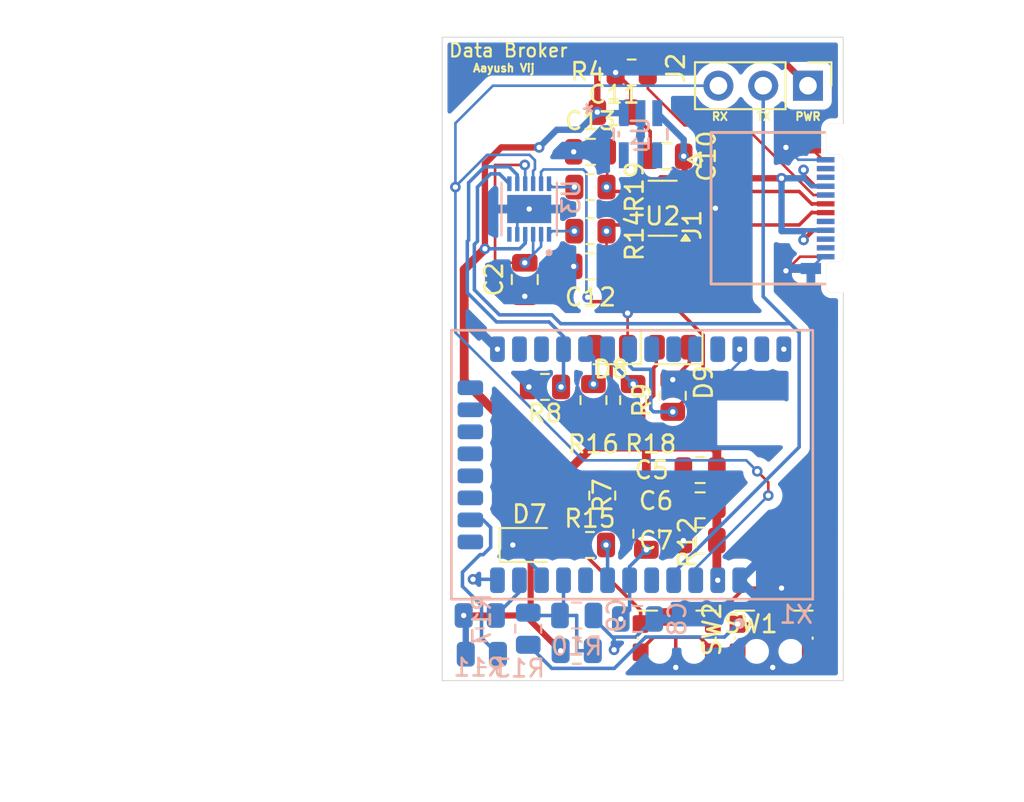
<source format=kicad_pcb>
(kicad_pcb (version 20240108) (generator "pcbnew") (generator_version "8.0")
  (layers (0 "F.Cu" signal) (1 "In1.Cu" signal) (2 "In2.Cu" signal) (31 "B.Cu" signal) (34 "B.Paste" user) (35 "F.Paste" user) (36 "B.SilkS" user "B.Silkscreen") (37 "F.SilkS" user "F.Silkscreen") (38 "B.Mask" user) (39 "F.Mask" user) (44 "Edge.Cuts" user))
  (net 0 "")
  (net 1 "GND")
  (net 2 "Net-(J1-CC)")
  (net 3 "/RF_TXD")
  (net 4 "/RF_RXD")
  (net 5 "/RF_BOOTMODE")
  (net 6 "/UART_RTS")
  (net 7 "/UART_CTS")
  (net 8 "Net-(X1-SPI_N_SSEL{slash}DIO17)")
  (net 19 "/RF_SLEEP")
  (net 25 "/RF_RESET")
  (net 26 "/RF_PWM")
  (net 27 "/RF_ASSOCIATE")
  (net 29 "+5V")
  (net 30 "+3.3V")
  (net 31 "/RF_D7")
  (net 32 "/RF_D8")
  (net 33 "/RF_D9")
  (net 34 "/USB_OUT_D+")
  (net 35 "/USB_OUT_D-")
  (net 36 "/RF_SW_RESET")
  (net 37 "/RF_SW_SLEEP")
  (net 38 "/RF_DSLEEP")
  (net 50 "/USBDM")
  (net 51 "/USBDP")
  (net 52 "/USBMLXDN")
  (net 53 "/USBMLXDP")
  (net 54 "/FTDI_RESET")
  (footprint "Connector_PinHeader_2.54mm:PinHeader_1x03_P2.54mm_Vertical" (layer "F.Cu") (at 153.75 54.5 -90)
    (property "Reference" "J2")
    (property "Value" "Conn_01x03")
  )
  (footprint "LED_SMD:LED_0805_2012Metric" (layer "F.Cu") (at 137.9441 80.5532)
    (property "Reference" "D7")
    (property "Value" "LED")
  )
  (footprint "Resistor_SMD:R_0805_2012Metric" (layer "F.Cu") (at 142.08125 77.75 90)
    (property "Reference" "R7")
    (property "Value" "1k")
  )
  (footprint "Button_Switch_SMD:SW_SPST_CK_KMS2xxGP" (layer "F.Cu") (at 151.80625 85.8375)
    (property "Reference" "SW2")
    (property "Value" "RF_SLEEP")
  )
  (footprint "Resistor_SMD:R_0805_2012Metric" (layer "F.Cu") (at 141.3816 80.5532 180)
    (property "Reference" "R15")
    (property "Value" "1K")
  )
  (footprint "Resistor_SMD:R_0805_2012Metric" (layer "F.Cu") (at 144.58125 79.9125 -90)
    (property "Reference" "R12")
    (property "Value" "10k")
  )
  (footprint "Capacitor_SMD:C_0805_2012Metric" (layer "F.Cu") (at 145.75 58.5 180)
    (property "Reference" "C10")
    (property "Value" "1uF")
  )
  (footprint "Resistor_SMD:R_0805_2012Metric" (layer "F.Cu") (at 143.83125 72.3375 -90)
    (property "Reference" "R18")
    (property "Value" "1K")
  )
  (footprint "Capacitor_SMD:C_0805_2012Metric" (layer "F.Cu") (at 141.41 58.25 180)
    (property "Reference" "C13")
    (property "Value" "47pF")
  )
  (footprint "Capacitor_SMD:C_0805_2012Metric" (layer "F.Cu") (at 142.75 56)
    (property "Reference" "C11")
    (property "Value" "1uF")
  )
  (footprint "LED_SMD:LED_0805_2012Metric" (layer "F.Cu") (at 142.58125 69.3375 180)
    (property "Reference" "D8")
    (property "Value" "LED")
  )
  (footprint "Capacitor_SMD:C_0805_2012Metric" (layer "F.Cu") (at 147.6316 76.3032 180)
    (property "Reference" "C5")
    (property "Value" "47pF")
  )
  (footprint "Resistor_SMD:R_0805_2012Metric" (layer "F.Cu") (at 141.41 62.75)
    (property "Reference" "R14")
    (property "Value" "27")
  )
  (footprint "Resistor_SMD:R_0805_2012Metric" (layer "F.Cu") (at 141.58125 72.3375 -90)
    (property "Reference" "R16")
    (property "Value" "1K")
  )
  (footprint "Resistor_SMD:R_0805_2012Metric" (layer "F.Cu") (at 143.75 53.75 180)
    (property "Reference" "R4")
    (property "Value" "5.1K")
  )
  (footprint "LED_SMD:LED_0805_2012Metric" (layer "F.Cu") (at 146.08125 69.3375 180)
    (property "Reference" "D9")
    (property "Value" "LED")
  )
  (footprint "Capacitor_SMD:C_0805_2012Metric" (layer "F.Cu") (at 141.41 64.75 180)
    (property "Reference" "C12")
    (property "Value" "47pF")
  )
  (footprint "Resistor_SMD:R_0805_2012Metric" (layer "F.Cu") (at 146.08125 72.0875 90)
    (property "Reference" "R9")
    (property "Value" "10K")
  )
  (footprint "Package_TO_SOT_SMD:SOT-23-6" (layer "F.Cu") (at 145.50575 61.45 180)
    (property "Reference" "U2")
    (property "Value" "USBLC6-2SC6")
  )
  (footprint "Capacitor_SMD:C_0805_2012Metric" (layer "F.Cu") (at 137.685 65.495 -90)
    (property "Reference" "C2")
    (property "Value" "100nF")
  )
  (footprint "rfReciever-Footprints:MOLEX_1054440001" (layer "F.Cu") (at 155.75575 61.45 90)
    (property "Reference" "J1")
    (property "Value" "MOLEX 1054440001")
    (fp_line (start 3.35 -0.96) (end 4.5 -0.96) (stroke (width 0.01)) (layer "Edge.Cuts"))
    (fp_line (start -3.35 -0.96) (end -4.5 -0.96) (stroke (width 0.01)) (layer "Edge.Cuts"))
    (fp_line (start 4.8 -0.66) (end 4.8 -0.3) (stroke (width 0.01)) (layer "Edge.Cuts"))
    (fp_line (start -4.8 -0.66) (end -4.8 -0.3) (stroke (width 0.01)) (layer "Edge.Cuts"))
    (fp_line (start 4.8 -0.3) (end 4.8 0) (stroke (width 0.01)) (layer "Edge.Cuts"))
    (fp_line (start 3.05 -0.3) (end 3.05 -0.66) (stroke (width 0.01)) (layer "Edge.Cuts"))
    (fp_line (start -3.05 -0.3) (end -3.05 -0.66) (stroke (width 0.01)) (layer "Edge.Cuts"))
    (fp_line (start -4.8 -0.3) (end -4.8 0) (stroke (width 0.01)) (layer "Edge.Cuts"))
    (fp_line (start 2.75 0) (end -2.75 0) (stroke (width 0.01)) (layer "Edge.Cuts"))
    (fp_arc (start 4.5 -0.96) (mid 4.712132 -0.872132) (end 4.8 -0.66) (stroke (width 0.01)) (layer "Edge.Cuts"))
    (fp_arc (start -3.35 -0.96) (mid -3.137868 -0.872132) (end -3.05 -0.66) (stroke (width 0.01)) (layer "Edge.Cuts"))
    (fp_arc (start 3.05 -0.66) (mid 3.137868 -0.872132) (end 3.35 -0.96) (stroke (width 0.01)) (layer "Edge.Cuts"))
    (fp_arc (start -4.8 -0.66) (mid -4.712132 -0.872132) (end -4.5 -0.96) (stroke (width 0.01)) (layer "Edge.Cuts"))
    (fp_arc (start 3.05 -0.3) (mid 2.962132 -0.087868) (end 2.75 0) (stroke (width 0.01)) (layer "Edge.Cuts"))
    (fp_arc (start -2.75 0) (mid -2.962132 -0.087868) (end -3.05 -0.3) (stroke (width 0.01)) (layer "Edge.Cuts"))
  )
  (footprint "Button_Switch_SMD:SW_SPST_CK_KMS2xxGP" (layer "F.Cu") (at 146.30625 85.8375)
    (property "Reference" "SW1")
    (property "Value" "RF_RESET")
  )
  (footprint "Resistor_SMD:R_0805_2012Metric" (layer "F.Cu") (at 141.41 60.25)
    (property "Reference" "R19")
    (property "Value" "27")
  )
  (footprint "Capacitor_SMD:C_0805_2012Metric" (layer "F.Cu") (at 147.6316 78.3032 180)
    (property "Reference" "C6")
    (property "Value" "1uF")
  )
  (footprint "Capacitor_SMD:C_0805_2012Metric" (layer "F.Cu") (at 147.6316 80.3032 180)
    (property "Reference" "C7")
    (property "Value" "10uF")
  )
  (footprint "Resistor_SMD:R_0805_2012Metric" (layer "F.Cu") (at 138.83125 71.5875 180)
    (property "Reference" "R8")
    (property "Value" "10K")
  )
  (footprint "rfReciever-Footprints:SON45P300X300X80-13N" (layer "B.Cu") (at 137.935 61.495 90)
    (property "Reference" "U3")
    (property "Value" "FT234XD-R")
  )
  (footprint "Resistor_SMD:R_0805_2012Metric" (layer "B.Cu") (at 135.1316 84.5532)
    (property "Reference" "R17")
    (property "Value" "10k")
  )
  (footprint "rfReciever-Footprints:DBV5" (layer "B.Cu") (at 144.25 57.25 -90)
    (property "Reference" "U1")
    (property "Value" "TLV70130DBVR")
  )
  (footprint "Resistor_SMD:R_0805_2012Metric" (layer "B.Cu") (at 135.25 86.75)
    (property "Reference" "R11")
    (property "Value" "10K")
  )
  (footprint "Capacitor_SMD:C_0805_2012Metric" (layer "B.Cu") (at 140.6316 84.5532)
    (property "Reference" "C9")
    (property "Value" "1u")
  )
  (footprint "rfReciever-Footprints:XBeeXR900RFMicro" (layer "B.Cu") (at 143.33125 76 90)
    (property "Reference" "X1")
    (property "Value" "DigiXBeeRX900Micro")
  )
  (footprint "Resistor_SMD:R_0805_2012Metric" (layer "B.Cu") (at 137.8816 85.3032 -90)
    (property "Reference" "R13")
    (property "Value" "1k")
  )
  (footprint "Capacitor_SMD:C_0805_2012Metric" (layer "B.Cu") (at 144.08125 84.75)
    (property "Reference" "C8")
    (property "Value" "1u")
  )
  (footprint "Resistor_SMD:R_0805_2012Metric" (layer "B.Cu") (at 140.6316 86.5532 180)
    (property "Reference" "R10")
    (property "Value" "10k")
  )
  (gr_line (start 155.75 54.5) (end 155.75575 56.65) (stroke (width 0.05)) (layer "Edge.Cuts"))
  (gr_line (start 155.75 51.75) (end 155.75 54.5) (stroke (width 0.05)) (layer "Edge.Cuts"))
  (gr_line (start 155.75575 66.25) (end 155.75 88.25) (stroke (width 0.05)) (layer "Edge.Cuts"))
  (gr_line (start 133 88.25) (end 155.75 88.25) (stroke (width 0.05)) (layer "Edge.Cuts"))
  (gr_line (start 133 51.75) (end 155.75 51.75) (stroke (width 0.05)) (layer "Edge.Cuts"))
  (gr_line (start 133 88.25) (end 133 51.75) (stroke (width 0.05)) (layer "Edge.Cuts"))
  (gr_text "PWR" (at 153.75 56.25 0) (layer "F.SilkS") (effects (font (size 0.45 0.45) (thickness 0.1125))))
  (gr_text "Aayush Vij" (at 136.5 53.5 0) (layer "F.SilkS") (effects (font (size 0.45 0.45) (thickness 0.1125))))
  (gr_text "RX" (at 148.75 56.25 0) (layer "F.SilkS") (effects (font (size 0.45 0.45) (thickness 0.1125))))
  (gr_text "TX" (at 151.25 56.25 0) (layer "F.SilkS") (effects (font (size 0.45 0.45) (thickness 0.1125))))
  (gr_text "Data Broker" (at 136.75 52.5 0) (layer "F.SilkS") (effects (font (size 0.75 0.75) (thickness 0.125))))
  (segment (start 148.35625 86.525472) (end 148.35625 86.6375) (width 0.2) (layer "F.Cu") (net 1))
  (segment (start 146.30625 84.4125) (end 146.58125 84.1375) (width 0.2) (layer "F.Cu") (net 1))
  (segment (start 143.7 54.6125) (end 142.8375 53.75) (width 0.2) (layer "F.Cu") (net 1))
  (segment (start 144.8 57.1) (end 143.7 56) (width 0.2) (layer "F.Cu") (net 1))
  (segment (start 148.5 61.45) (end 146.64325 61.45) (width 0.2) (layer "F.Cu") (net 1))
  (segment (start 151.75 85.7835) (end 153.114278 85.7835) (width 0.2) (layer "F.Cu") (net 1))
  (segment (start 154.652775 64.25) (end 154.697994 64.204773) (width 0.2) (layer "F.Cu") (net 1))
  (segment (start 149.75625 86.6375) (end 149.75625 86.525472) (width 0.2) (layer "F.Cu") (net 1))
  (segment (start 154.602056 58.716306) (end 154.748994 58.716306) (width 0.2) (layer "F.Cu") (net 1))
  (segment (start 151.53125 84.1375) (end 151.80625 84.4125) (width 0.2) (layer "F.Cu") (net 1))
  (segment (start 153.3 64.2) (end 152.5 65) (width 0.15) (layer "F.Cu") (net 1))
  (segment (start 154.75575 64.2) (end 153.3 64.2) (width 0.15) (layer "F.Cu") (net 1))
  (segment (start 154.697994 64.204773) (end 154.748975 64.183649) (width 0.2) (layer "F.Cu") (net 1))
  (segment (start 154.58575 58.7) (end 153.91575 58.03) (width 0.15) (layer "F.Cu") (net 1))
  (segment (start 153.85625 86.525472) (end 153.85625 86.6375) (width 0.2) (layer "F.Cu") (net 1))
  (segment (start 153.88575 58) (end 153.91575 58.03) (width 0.2) (layer "F.Cu") (net 1))
  (segment (start 150.498222 85.7835) (end 151.75 85.7835) (width 0.2) (layer "F.Cu") (net 1))
  (segment (start 151.75 85.7835) (end 151.75 87.5) (width 0.2) (layer "F.Cu") (net 1))
  (segment (start 146.6816 78.3032) (end 146.6816 80.3032) (width 0.2) (layer "F.Cu") (net 1))
  (segment (start 144.25625 86.525472) (end 144.998222 85.7835) (width 0.2) (layer "F.Cu") (net 1))
  (segment (start 146.58125 84.1375) (end 149 84.1375) (width 0.2) (layer "F.Cu") (net 1))
  (segment (start 149 84.1375) (end 150.1375 83) (width 0.2) (layer "F.Cu") (net 1))
  (segment (start 143.51875 67.4) (end 143.51875 69.3375) (width 0.15) (layer "F.Cu") (net 1))
  (segment (start 150.1375 83) (end 152.25 83) (width 0.2) (layer "F.Cu") (net 1))
  (segment (start 154.75575 58.7) (end 154.58575 58.7) (width 0.15) (layer "F.Cu") (net 1))
  (segment (start 149.75625 86.525472) (end 150.498222 85.7835) (width 0.2) (layer "F.Cu") (net 1))
  (segment (start 144.998222 85.7835) (end 146.25 85.7835) (width 0.2) (layer "F.Cu") (net 1))
  (segment (start 146.25 85.7835) (end 147.614278 85.7835) (width 0.2) (layer "F.Cu") (net 1))
  (segment (start 149 84.1375) (end 151.53125 84.1375) (width 0.2) (layer "F.Cu") (net 1))
  (segment (start 152.5 58) (end 153.88575 58) (width 0.2) (layer "F.Cu") (net 1))
  (segment (start 144.8 58.5) (end 144.8 57.1) (width 0.2) (layer "F.Cu") (net 1))
  (segment (start 143.7 56) (end 143.7 54.6125) (width 0.2) (layer "F.Cu") (net 1))
  (segment (start 146.25 87.5) (end 146.25 85.7835) (width 0.2) (layer "F.Cu") (net 1))
  (segment (start 144.25625 86.6375) (end 144.25625 86.525472) (width 0.2) (layer "F.Cu") (net 1))
  (segment (start 153.114278 85.7835) (end 153.85625 86.525472) (width 0.2) (layer "F.Cu") (net 1))
  (segment (start 147.01875 70.2375) (end 146.08125 71.175) (width 0.2) (layer "F.Cu") (net 1))
  (segment (start 144.11875 86.5) (end 144.25625 86.6375) (width 0.2) (layer "F.Cu") (net 1))
  (segment (start 146.6816 76.3032) (end 146.6816 78.3032) (width 0.2) (layer "F.Cu") (net 1))
  (segment (start 147.01875 69.3375) (end 147.01875 70.2375) (width 0.2) (layer "F.Cu") (net 1))
  (segment (start 149.75 86.6375) (end 149.75625 86.6375) (width 0.2) (layer "F.Cu") (net 1))
  (segment (start 147.614278 85.7835) (end 148.35625 86.525472) (width 0.2) (layer "F.Cu") (net 1))
  (via (at 140.46 64.75) (size 0.6) (drill 0.3) (layers "F.Cu" "B.Cu") (net 1))
  (via (at 137.685 66.445) (size 0.6) (drill 0.3) (layers "F.Cu" "B.Cu") (net 1))
  (via (at 152.5 65) (size 0.6) (drill 0.3) (layers "F.Cu" "B.Cu") (net 1))
  (via (at 142.8375 53.75) (size 0.6) (drill 0.3) (layers "F.Cu" "B.Cu") (net 1))
  (via (at 152.25 83) (size 0.6) (drill 0.3) (layers "F.Cu" "B.Cu") (net 1))
  (via (at 136.13416 69.4468) (size 0.6) (drill 0.3) (layers "F.Cu" "B.Cu") (net 1))
  (via (at 146.25 87.5) (size 0.6) (drill 0.3) (layers "F.Cu" "B.Cu") (net 1))
  (via (at 137.91875 71.5875) (size 0.6) (drill 0.3) (layers "F.Cu" "B.Cu") (net 1))
  (via (at 137.0066 80.5532) (size 0.6) (drill 0.3) (layers "F.Cu" "B.Cu") (net 1))
  (via (at 134.75 82.5) (size 0.6) (drill 0.3) (layers "F.Cu" "B.Cu") (net 1))
  (via (at 142.75 86.5) (size 0.6) (drill 0.3) (layers "F.Cu" "B.Cu") (net 1))
  (via (at 146.6816 80.3032) (size 0.6) (drill 0.3) (layers "F.Cu" "B.Cu") (net 1))
  (via (at 137.935 61.495) (size 0.6) (drill 0.3) (layers "F.Cu" "B.Cu") (net 1))
  (via (at 152.38 69.4468) (size 0.6) (drill 0.3) (layers "F.Cu" "B.Cu") (net 1))
  (via (at 146.08125 71.175) (size 0.6) (drill 0.3) (layers "F.Cu" "B.Cu") (net 1))
  (via (at 148.5 61.45) (size 0.6) (drill 0.3) (layers "F.Cu" "B.Cu") (net 1))
  (via (at 140.46 58.25) (size 0.6) (drill 0.3) (layers "F.Cu" "B.Cu") (net 1))
  (via (at 151.75 87.5) (size 0.6) (drill 0.3) (layers "F.Cu" "B.Cu") (net 1))
  (via (at 152.5 58) (size 0.6) (drill 0.3) (layers "F.Cu" "B.Cu") (net 1))
  (via (at 143.51875 67.4) (size 0.6) (drill 0.3) (layers "F.Cu" "B.Cu") (net 1))
  (via (at 149.88064 69.4468) (size 0.6) (drill 0.3) (layers "F.Cu" "B.Cu") (net 1))
  (segment (start 141.5816 84.5532) (end 141.5816 84.710094) (width 0.2) (layer "B.Cu") (net 1))
  (segment (start 145.00582 84.75) (end 145.03125 84.75) (width 0.2) (layer "B.Cu") (net 1))
  (segment (start 134.75 82.5) (end 136.08096 82.5) (width 0.2) (layer "B.Cu") (net 1))
  (segment (start 141.5816 84.710094) (end 142.646506 85.775) (width 0.2) (layer "B.Cu") (net 1))
  (segment (start 137.26 62.93) (end 137.26 62.17) (width 0.15) (layer "B.Cu") (net 1))
  (segment (start 148.876339 71.175) (end 146.08125 71.175) (width 0.15) (layer "B.Cu") (net 1))
  (segment (start 154.58575 64.2) (end 153.91575 64.87) (width 0.15) (layer "B.Cu") (net 1))
  (segment (start 137.0066 80.5532) (end 138.63352 82.18012) (width 0.2) (layer "B.Cu") (net 1))
  (segment (start 152.63 64.87) (end 152.5 65) (width 0.2) (layer "B.Cu") (net 1))
  (segment (start 142.75 86.5) (end 142.75 85.878494) (width 0.2) (layer "B.Cu") (net 1))
  (segment (start 154.75575 64.2) (end 154.58575 64.2) (width 0.15) (layer "B.Cu") (net 1))
  (segment (start 153.91575 64.87) (end 154.032767 64.87) (width 0.2) (layer "B.Cu") (net 1))
  (segment (start 142.75 85.878494) (end 142.646506 85.775) (width 0.2) (layer "B.Cu") (net 1))
  (segment (start 142.646506 85.775) (end 143.98082 85.775) (width 0.2) (layer "B.Cu") (net 1))
  (segment (start 138.63352 82.18012) (end 138.63352 82.5532) (width 0.2) (layer "B.Cu") (net 1))
  (segment (start 137.26 62.17) (end 137.935 61.495) (width 0.15) (layer "B.Cu") (net 1))
  (segment (start 154.75575 58.7) (end 153.2 58.7) (width 0.15) (layer "B.Cu") (net 1))
  (segment (start 153.91575 64.87) (end 152.63 64.87) (width 0.2) (layer "B.Cu") (net 1))
  (segment (start 143.98082 85.775) (end 145.00582 84.75) (width 0.2) (layer "B.Cu") (net 1))
  (segment (start 149.88064 69.4468) (end 149.88064 70.170699) (width 0.15) (layer "B.Cu") (net 1))
  (segment (start 149.88064 70.170699) (end 148.876339 71.175) (width 0.15) (layer "B.Cu") (net 1))
  (segment (start 136.08096 82.5) (end 136.13416 82.5532) (width 0.2) (layer "B.Cu") (net 1))
  (segment (start 153.2 58.7) (end 152.5 58) (width 0.15) (layer "B.Cu") (net 1))
  (segment (start 154.75575 60.7) (end 154.05675 60.7) (width 0.15) (layer "F.Cu") (net 2))
  (segment (start 146.75 56.75) (end 144.6625 54.6625) (width 0.15) (layer "F.Cu") (net 2))
  (segment (start 144.6625 54.6625) (end 144.6625 53.75) (width 0.15) (layer "F.Cu") (net 2))
  (segment (start 154.05675 60.7) (end 150.10675 56.75) (width 0.15) (layer "F.Cu") (net 2))
  (segment (start 150.10675 56.75) (end 146.75 56.75) (width 0.15) (layer "F.Cu") (net 2))
  (segment (start 151.21 66.46) (end 152.75 68) (width 0.2) (layer "B.Cu") (net 3))
  (segment (start 136.25 67.5) (end 134.825 66.075) (width 0.2) (layer "B.Cu") (net 3))
  (segment (start 135 63.326471) (end 135 60.25) (width 0.2) (layer "B.Cu") (net 3))
  (segment (start 151.21 54.5) (end 151.21 66.46) (width 0.2) (layer "B.Cu") (net 3))
  (segment (start 153.25 75) (end 153.25 68.5) (width 0.2) (layer "B.Cu") (net 3))
  (segment (start 136.25 59.5) (end 136.81 60.06) (width 0.2) (layer "B.Cu") (net 3))
  (segment (start 139.725985 68) (end 139.225985 67.5) (width 0.2) (layer "B.Cu") (net 3))
  (segment (start 135.75 59.5) (end 136.25 59.5) (width 0.2) (layer "B.Cu") (net 3))
  (segment (start 146.1316 82.5532) (end 146.1316 82.1184) (width 0.2) (layer "B.Cu") (net 3))
  (segment (start 139.225985 67.5) (end 136.25 67.5) (width 0.2) (layer "B.Cu") (net 3))
  (segment (start 146.1316 82.1184) (end 153.25 75) (width 0.2) (layer "B.Cu") (net 3))
  (segment (start 134.825 66.075) (end 134.825 63.501471) (width 0.2) (layer "B.Cu") (net 3))
  (segment (start 153.25 68.5) (end 152.75 68) (width 0.2) (layer "B.Cu") (net 3))
  (segment (start 135 60.25) (end 135.75 59.5) (width 0.2) (layer "B.Cu") (net 3))
  (segment (start 152.75 68) (end 139.725985 68) (width 0.2) (layer "B.Cu") (net 3))
  (segment (start 134.825 63.501471) (end 135 63.326471) (width 0.2) (layer "B.Cu") (net 3))
  (segment (start 151.5 77) (end 151.5 77.75) (width 0.15) (layer "F.Cu") (net 4))
  (segment (start 150.875 76.375) (end 151.5 77) (width 0.15) (layer "F.Cu") (net 4))
  (via (at 151.5 77.75) (size 0.6) (drill 0.3) (layers "F.Cu" "B.Cu") (net 4))
  (via (at 133.75 60.25) (size 0.6) (drill 0.3) (layers "F.Cu" "B.Cu") (net 4))
  (via (at 150.875 76.375) (size 0.6) (drill 0.3) (layers "F.Cu" "B.Cu") (net 4))
  (segment (start 133.75 68.5) (end 133.75 60.25) (width 0.15) (layer "B.Cu") (net 4))
  (segment (start 147.38128 81.86872) (end 147.38128 82.5532) (width 0.15) (layer "B.Cu") (net 4))
  (segment (start 150.875 76.375) (end 150.25 75.75) (width 0.15) (layer "B.Cu") (net 4))
  (segment (start 137.95033 58.42) (end 135.54967 58.42) (width 0.15) (layer "B.Cu") (net 4))
  (segment (start 141 75.75) (end 133.75 68.5) (width 0.15) (layer "B.Cu") (net 4))
  (segment (start 135.54967 58.42) (end 133.75 60.21967) (width 0.15) (layer "B.Cu") (net 4))
  (segment (start 135.875 54.5) (end 148.67 54.5) (width 0.15) (layer "B.Cu") (net 4))
  (segment (start 133.75 60.21967) (end 133.75 60.25) (width 0.15) (layer "B.Cu") (net 4))
  (segment (start 138.16 59.333173) (end 138.26 59.233173) (width 0.15) (layer "B.Cu") (net 4))
  (segment (start 150.25 75.75) (end 141 75.75) (width 0.15) (layer "B.Cu") (net 4))
  (segment (start 138.16 60.06) (end 138.16 59.333173) (width 0.15) (layer "B.Cu") (net 4))
  (segment (start 151.5 77.75) (end 147.38128 81.86872) (width 0.15) (layer "B.Cu") (net 4))
  (segment (start 138.26 59.233173) (end 138.26 58.72967) (width 0.15) (layer "B.Cu") (net 4))
  (segment (start 138.26 58.72967) (end 137.95033 58.42) (width 0.15) (layer "B.Cu") (net 4))
  (segment (start 133.75 56.625) (end 135.875 54.5) (width 0.15) (layer "B.Cu") (net 4))
  (segment (start 133.75 60.25) (end 133.75 56.625) (width 0.15) (layer "B.Cu") (net 4))
  (segment (start 136.0441 84.5532) (end 137.38384 83.21346) (width 0.2) (layer "B.Cu") (net 5))
  (segment (start 137.38384 83.21346) (end 137.38384 82.5532) (width 0.2) (layer "B.Cu") (net 5))
  (via (at 139.74375 71.5875) (size 0.6) (drill 0.3) (layers "F.Cu" "B.Cu") (net 6))
  (segment (start 134.425 63.335786) (end 134.5 63.260786) (width 0.2) (layer "B.Cu") (net 6))
  (segment (start 139.8832 69.4468) (end 139.8832 71.44805) (width 0.2) (layer "B.Cu") (net 6))
  (segment (start 136.084314 67.9) (end 134.425 66.240686) (width 0.2) (layer "B.Cu") (net 6))
  (segment (start 139.8832 69.4468) (end 139.8832 68.722901) (width 0.2) (layer "B.Cu") (net 6))
  (segment (start 139.060299 67.9) (end 136.084314 67.9) (width 0.2) (layer "B.Cu") (net 6))
  (segment (start 134.5 63.260786) (end 134.5 60) (width 0.2) (layer "B.Cu") (net 6))
  (segment (start 134.425 66.240686) (end 134.425 63.335786) (width 0.2) (layer "B.Cu") (net 6))
  (segment (start 139.8832 68.722901) (end 139.060299 67.9) (width 0.2) (layer "B.Cu") (net 6))
  (segment (start 139.8832 71.44805) (end 139.74375 71.5875) (width 0.2) (layer "B.Cu") (net 6))
  (segment (start 135.4 59.1) (end 136.801824 59.1) (width 0.2) (layer "B.Cu") (net 6))
  (segment (start 136.801824 59.1) (end 137.26 59.558176) (width 0.2) (layer "B.Cu") (net 6))
  (segment (start 137.26 59.558176) (end 137.26 60.06) (width 0.2) (layer "B.Cu") (net 6))
  (segment (start 134.5 60) (end 135.4 59.1) (width 0.2) (layer "B.Cu") (net 6))
  (segment (start 141.25 66.5) (end 141.5 66.75) (width 0.2) (layer "F.Cu") (net 7))
  (segment (start 147.80625 71.275) (end 146.08125 73) (width 0.2) (layer "F.Cu") (net 7))
  (segment (start 145.906982 66.75) (end 147.80625 68.649268) (width 0.2) (layer "F.Cu") (net 7))
  (segment (start 141.5 66.75) (end 145.906982 66.75) (width 0.2) (layer "F.Cu") (net 7))
  (segment (start 147.80625 68.649268) (end 147.80625 71.275) (width 0.2) (layer "F.Cu") (net 7))
  (via (at 146.08125 73) (size 0.6) (drill 0.3) (layers "F.Cu" "B.Cu") (net 7))
  (via (at 141.25 66.5) (size 0.6) (drill 0.3) (layers "F.Cu" "B.Cu") (net 7))
  (segment (start 144.83125 72.8375) (end 144.83125 70.5875) (width 0.2) (layer "B.Cu") (net 7))
  (segment (start 138.61 59.39) (end 138.61 60.06) (width 0.15) (layer "B.Cu") (net 7))
  (segment (start 138.75 59.25) (end 138.61 59.39) (width 0.15) (layer "B.Cu") (net 7))
  (segment (start 141.1825 59.4325) (end 141 59.25) (width 0.15) (layer "B.Cu") (net 7))
  (segment (start 143.63224 70.38849) (end 143.63224 69.4468) (width 0.2) (layer "B.Cu") (net 7))
  (segment (start 144.99375 73) (end 144.83125 72.8375) (width 0.2) (layer "B.Cu") (net 7))
  (segment (start 141.25 66.5) (end 141.1825 66.4325) (width 0.15) (layer "B.Cu") (net 7))
  (segment (start 141 59.25) (end 138.75 59.25) (width 0.15) (layer "B.Cu") (net 7))
  (segment (start 143.83125 70.5875) (end 143.63224 70.38849) (width 0.2) (layer "B.Cu") (net 7))
  (segment (start 146.08125 73) (end 144.99375 73) (width 0.2) (layer "B.Cu") (net 7))
  (segment (start 141.1825 66.4325) (end 141.1825 59.4325) (width 0.15) (layer "B.Cu") (net 7))
  (segment (start 144.83125 70.5875) (end 143.83125 70.5875) (width 0.2) (layer "B.Cu") (net 7))
  (segment (start 135.2316 83.9816) (end 134.15 82.9) (width 0.2) (layer "B.Cu") (net 8))
  (segment (start 135.328678 81.1006) (end 135.75 80.679278) (width 0.2) (layer "B.Cu") (net 8))
  (segment (start 135.75 80.679278) (end 135.75 79.560461) (width 0.2) (layer "B.Cu") (net 8))
  (segment (start 135.321359 79.13182) (end 134.59746 79.13182) (width 0.2) (layer "B.Cu") (net 8))
  (segment (start 135.2316 85.8191) (end 135.2316 83.9816) (width 0.2) (layer "B.Cu") (net 8))
  (segment (start 134.15 82.9) (end 134.15 82.1) (width 0.2) (layer "B.Cu") (net 8))
  (segment (start 136.1625 86.75) (end 135.2316 85.8191) (width 0.2) (layer "B.Cu") (net 8))
  (segment (start 134.15 82.1) (end 135.1494 81.1006) (width 0.2) (layer "B.Cu") (net 8))
  (segment (start 135.75 79.560461) (end 135.321359 79.13182) (width 0.2) (layer "B.Cu") (net 8))
  (segment (start 135.1494 81.1006) (end 135.328678 81.1006) (width 0.2) (layer "B.Cu") (net 8))
  (segment (start 139.6816 84.5532) (end 138.0441 84.5532) (width 0.2) (layer "B.Cu") (net 19))
  (segment (start 140.6316 84.5532) (end 140.6316 86.5532) (width 0.2) (layer "B.Cu") (net 19))
  (segment (start 138.0441 84.5532) (end 137.8816 84.3907) (width 0.2) (layer "B.Cu") (net 19))
  (segment (start 139.8832 82.5532) (end 139.8832 84.3516) (width 0.2) (layer "B.Cu") (net 19))
  (segment (start 137.9191 84.3532) (end 137.8816 84.3907) (width 0.2) (layer "B.Cu") (net 19))
  (segment (start 140.6316 86.5532) (end 141.5441 86.5532) (width 0.2) (layer "B.Cu") (net 19))
  (segment (start 139.6816 84.5532) (end 140.6316 84.5532) (width 0.2) (layer "B.Cu") (net 19))
  (segment (start 139.8832 84.3516) (end 139.6816 84.5532) (width 0.2) (layer "B.Cu") (net 19))
  (segment (start 142.41875 78.6625) (end 144.58125 80.825) (width 0.2) (layer "F.Cu") (net 25))
  (segment (start 142.08125 78.6625) (end 142.41875 78.6625) (width 0.2) (layer "F.Cu") (net 25))
  (via (at 144.58125 80.825) (size 0.6) (drill 0.3) (layers "F.Cu" "B.Cu") (net 25))
  (via (at 143.13125 84.75) (size 0.6) (drill 0.3) (layers "F.Cu" "B.Cu") (net 25))
  (segment (start 143.63224 82.5532) (end 143.63224 81.77401) (width 0.2) (layer "B.Cu") (net 25))
  (segment (start 143.63224 81.77401) (end 144.58125 80.825) (width 0.2) (layer "B.Cu") (net 25))
  (segment (start 143.63224 84.24901) (end 143.63224 82.5532) (width 0.2) (layer "B.Cu") (net 25))
  (segment (start 143.13125 84.75) (end 143.63224 84.24901) (width 0.2) (layer "B.Cu") (net 25))
  (via (at 142.2941 80.5532) (size 0.6) (drill 0.3) (layers "F.Cu" "B.Cu") (net 26))
  (segment (start 142.38256 80.64166) (end 142.38256 82.5532) (width 0.2) (layer "B.Cu") (net 26))
  (segment (start 142.2941 80.5532) (end 142.38256 80.64166) (width 0.2) (layer "B.Cu") (net 26))
  (via (at 143.83125 71.425) (size 0.6) (drill 0.3) (layers "F.Cu" "B.Cu") (net 27))
  (segment (start 142.38256 69.97631) (end 142.38256 69.4468) (width 0.2) (layer "B.Cu") (net 27))
  (segment (start 143.83125 71.425) (end 142.38256 69.97631) (width 0.2) (layer "B.Cu") (net 27))
  (segment (start 145.41075 61.33925) (end 145.3 61.45) (width 0.36) (layer "F.Cu") (net 29))
  (segment (start 145.41075 59.75) (end 145.41075 61.33925) (width 0.36) (layer "F.Cu") (net 29))
  (segment (start 154.05 62.7) (end 154.75575 62.7) (width 0.25) (layer "F.Cu") (net 29))
  (segment (start 153.5 59.275) (end 153.5 59.577564) (width 0.25) (layer "F.Cu") (net 29))
  (segment (start 146.75 59.75) (end 146.75 58.55) (width 0.36) (layer "F.Cu") (net 29))
  (segment (start 146.75 58.55) (end 146.7 58.5) (width 0.36) (layer "F.Cu") (net 29))
  (segment (start 153.5 59.577564) (end 154.122436 60.2) (width 0.25) (layer "F.Cu") (net 29))
  (segment (start 153.5 63.25) (end 154.05 62.7) (width 0.25) (layer "F.Cu") (net 29))
  (segment (start 145.41075 59.75) (end 146.75 59.75) (width 0.36) (layer "F.Cu") (net 29))
  (segment (start 146.75 59.75) (end 152.25 59.75) (width 0.36) (layer "F.Cu") (net 29))
  (segment (start 145.3 61.45) (end 144.36825 61.45) (width 0.36) (layer "F.Cu") (net 29))
  (segment (start 154.122436 60.2) (end 154.75575 60.2) (width 0.25) (layer "F.Cu") (net 29))
  (via (at 153.5 59.275) (size 0.6) (drill 0.3) (layers "F.Cu" "B.Cu") (net 29))
  (via (at 152.25 59.75) (size 0.6) (drill 0.3) (layers "F.Cu" "B.Cu") (net 29))
  (via (at 146.7 58.5) (size 0.6) (drill 0.3) (layers "F.Cu" "B.Cu") (net 29))
  (via (at 153.5 63.25) (size 0.6) (drill 0.3) (layers "F.Cu" "B.Cu") (net 29))
  (segment (start 152.75 59.75) (end 153.5 59.75) (width 0.36) (layer "B.Cu") (net 29))
  (segment (start 153.5 59.75) (end 153.5 59.275) (width 0.25) (layer "B.Cu") (net 29))
  (segment (start 146.7 57.556199) (end 146.7 58.5) (width 0.36) (layer "B.Cu") (net 29))
  (segment (start 154.75575 62.7) (end 153.55 62.7) (width 0.25) (layer "B.Cu") (net 29))
  (segment (start 153.55 62.7) (end 153.5 62.75) (width 0.25) (layer "B.Cu") (net 29))
  (segment (start 152.25 59.75) (end 152.75 59.75) (width 0.36) (layer "B.Cu") (net 29))
  (segment (start 153.5 62.75) (end 153.5 63.25) (width 0.25) (layer "B.Cu") (net 29))
  (segment (start 152.25 59.75) (end 152.25 62.75) (width 0.36) (layer "B.Cu") (net 29))
  (segment (start 152.25 62.75) (end 153.5 62.75) (width 0.36) (layer "B.Cu") (net 29))
  (segment (start 153.95 60.2) (end 153.5 59.75) (width 0.25) (layer "B.Cu") (net 29))
  (segment (start 154.75575 60.2) (end 153.95 60.2) (width 0.25) (layer "B.Cu") (net 29))
  (segment (start 153.475 59.25) (end 153.5 59.275) (width 0.36) (layer "B.Cu") (net 29))
  (segment (start 145.200001 56.0562) (end 146.7 57.556199) (width 0.36) (layer "B.Cu") (net 29))
  (segment (start 148.5816 76.3032) (end 148.5816 78.3032) (width 0.5) (layer "F.Cu") (net 30))
  (segment (start 138.0191 79.2309) (end 138.0191 79.227899) (width 0.35) (layer "F.Cu") (net 30))
  (segment (start 136.351533 58) (end 135.425 58.926533) (width 0.36) (layer "F.Cu") (net 30))
  (segment (start 148.5816 75.224694) (end 148.5816 76.3032) (width 0.5) (layer "F.Cu") (net 30))
  (segment (start 148.356906 75) (end 148.5816 75.224694) (width 0.5) (layer "F.Cu") (net 30))
  (segment (start 138.0191 78.4809) (end 138.0191 79.2309) (width 0.5) (layer "F.Cu") (net 30))
  (segment (start 139.75 76.75) (end 141.5 75) (width 0.5) (layer "F.Cu") (net 30))
  (segment (start 144.5 75) (end 148.356906 75) (width 0.5) (layer "F.Cu") (net 30))
  (segment (start 138.0191 79.2309) (end 138.0191 84.0341) (width 0.35) (layer "F.Cu") (net 30))
  (segment (start 151.5 52.25) (end 153.75 54.5) (width 0.36) (layer "F.Cu") (net 30))
  (segment (start 138.5 58) (end 136.351533 58) (width 0.36) (layer "F.Cu") (net 30))
  (segment (start 144.58125 75.08125) (end 144.5 75) (width 0.5) (layer "F.Cu") (net 30))
  (segment (start 137.5 84.5532) (end 138.0191 84.0341) (width 0.35) (layer "F.Cu") (net 30))
  (segment (start 135.425 58.926533) (end 135.425 63.75) (width 0.36) (layer "F.Cu") (net 30))
  (segment (start 139.75 76.75) (end 138.0191 78.4809) (width 0.5) (layer "F.Cu") (net 30))
  (segment (start 134.2191 84.5532) (end 137.5 84.5532) (width 0.35) (layer "F.Cu") (net 30))
  (segment (start 142 52.25) (end 151.5 52.25) (width 0.36) (layer "F.Cu") (net 30))
  (segment (start 148.5816 82.50384) (end 148.63096 82.5532) (width 0.5) (layer "F.Cu") (net 30))
  (segment (start 141.8 56) (end 141.8 52.45) (width 0.36) (layer "F.Cu") (net 30))
  (segment (start 134.25 64.925) (end 134.25 71.25) (width 0.5) (layer "F.Cu") (net 30))
  (segment (start 148.5816 80.3032) (end 148.5816 82.50384) (width 0.5) (layer "F.Cu") (net 30))
  (segment (start 137.7191 84.5532) (end 139.7191 86.5532) (width 0.35) (layer "F.Cu") (net 30))
  (segment (start 141.8 52.45) (end 142 52.25) (width 0.36) (layer "F.Cu") (net 30))
  (segment (start 144.58125 79) (end 144.58125 75.08125) (width 0.5) (layer "F.Cu") (net 30))
  (segment (start 148.5816 78.3032) (end 148.5816 80.3032) (width 0.5) (layer "F.Cu") (net 30))
  (segment (start 134.25 71.25) (end 139.75 76.75) (width 0.5) (layer "F.Cu") (net 30))
  (segment (start 141.5 75) (end 144.5 75) (width 0.5) (layer "F.Cu") (net 30))
  (segment (start 137.5 84.5532) (end 137.7191 84.5532) (width 0.35) (layer "F.Cu") (net 30))
  (segment (start 135.425 63.75) (end 134.25 64.925) (width 0.5) (layer "F.Cu") (net 30))
  (via (at 134.2191 84.5532) (size 0.6) (drill 0.3) (layers "F.Cu" "B.Cu") (net 30))
  (via (at 139.7191 86.5532) (size 0.6) (drill 0.3) (layers "F.Cu" "B.Cu") (net 30))
  (via (at 148.63096 82.5532) (size 0.6) (drill 0.3) (layers "F.Cu" "B.Cu") (net 30))
  (via (at 138.5 58) (size 0.6) (drill 0.3) (layers "F.Cu" "B.Cu") (net 30))
  (via (at 135.425 63.75) (size 0.6) (drill 0.3) (layers "F.Cu" "B.Cu") (net 30))
  (via (at 141.8 56) (size 0.6) (drill 0.3) (layers "F.Cu" "B.Cu") (net 30))
  (segment (start 138.5 58) (end 139.5 57) (width 0.36) (layer "B.Cu") (net 30))
  (segment (start 137.71 62.93) (end 137.71 63.35) (width 0.2) (layer "B.Cu") (net 30))
  (segment (start 137.391824 63.75) (end 137.71 63.431824) (width 0.2) (layer "B.Cu") (net 30))
  (segment (start 143.299999 56.0562) (end 141.8562 56.0562) (width 0.36) (layer "B.Cu") (net 30))
  (segment (start 139.5 57) (end 140.8 57) (width 0.36) (layer "B.Cu") (net 30))
  (segment (start 134.3375 86.75) (end 134.3375 84.6716) (width 0.36) (layer "B.Cu") (net 30))
  (segment (start 134.3375 84.6716) (end 134.2191 84.5532) (width 0.36) (layer "B.Cu") (net 30))
  (segment (start 137.71 63.431824) (end 137.71 62.93) (width 0.2) (layer "B.Cu") (net 30))
  (segment (start 141.8562 56.0562) (end 141.8 56) (width 0.36) (layer "B.Cu") (net 30))
  (segment (start 135.425 63.75) (end 137.391824 63.75) (width 0.2) (layer "B.Cu") (net 30))
  (segment (start 140.8 57) (end 141.8 56) (width 0.36) (layer "B.Cu") (net 30))
  (segment (start 140.4691 80.5532) (end 138.8816 80.5532) (width 0.2) (layer "F.Cu") (net 31))
  (segment (start 142.41875 73.25) (end 142.58125 73.0875) (width 0.2) (layer "F.Cu") (net 32))
  (segment (start 142.58125 70.275) (end 141.64375 69.3375) (width 0.2) (layer "F.Cu") (net 32))
  (segment (start 142.58125 73.0875) (end 142.58125 70.275) (width 0.2) (layer "F.Cu") (net 32))
  (segment (start 141.58125 73.25) (end 142.41875 73.25) (width 0.2) (layer "F.Cu") (net 32))
  (segment (start 145 70.5) (end 145.14375 70.35625) (width 0.2) (layer "F.Cu") (net 33))
  (segment (start 145 72.08125) (end 145 70.5) (width 0.2) (layer "F.Cu") (net 33))
  (segment (start 145.14375 70.35625) (end 145.14375 69.3375) (width 0.2) (layer "F.Cu") (net 33))
  (segment (start 143.83125 73.25) (end 145 72.08125) (width 0.2) (layer "F.Cu") (net 33))
  (segment (start 142.3225 60.25) (end 142.5725 60.5) (width 0.2) (layer "F.Cu") (net 34))
  (segment (start 142.5725 60.5) (end 144.36825 60.5) (width 0.2) (layer "F.Cu") (net 34))
  (segment (start 142.36 60.2125) (end 142.3225 60.25) (width 0.15) (layer "F.Cu") (net 34))
  (segment (start 142.36 58.25) (end 142.36 60.2125) (width 0.15) (layer "F.Cu") (net 34))
  (via (at 142.3225 60.25) (size 0.6) (drill 0.3) (layers "F.Cu" "B.Cu") (net 34))
  (segment (start 142.3225 64.7125) (end 142.36 64.75) (width 0.15) (layer "F.Cu") (net 35))
  (segment (start 142.3225 62.75) (end 142.3225 64.7125) (width 0.15) (layer "F.Cu") (net 35))
  (segment (start 142.3225 62.75) (end 142.6725 62.4) (width 0.2) (layer "F.Cu") (net 35))
  (segment (start 142.6725 62.4) (end 144.36825 62.4) (width 0.2) (layer "F.Cu") (net 35))
  (via (at 142.3225 62.75) (size 0.6) (drill 0.3) (layers "F.Cu" "B.Cu") (net 35))
  (segment (start 141.08125 76.8375) (end 142.08125 76.8375) (width 0.2) (layer "F.Cu") (net 36))
  (segment (start 141.33125 79.5875) (end 141.08125 79.3375) (width 0.2) (layer "F.Cu") (net 36))
  (segment (start 144.25625 84.2625) (end 141.33125 81.3375) (width 0.2) (layer "F.Cu") (net 36))
  (segment (start 141.08125 79.3375) (end 141.08125 76.8375) (width 0.2) (layer "F.Cu") (net 36))
  (segment (start 148.35625 85.0375) (end 144.25625 85.0375) (width 0.2) (layer "F.Cu") (net 36))
  (segment (start 141.33125 81.3375) (end 141.33125 79.5875) (width 0.2) (layer "F.Cu") (net 36))
  (segment (start 144.25625 85.0375) (end 143.94375 85.35) (width 0.2) (layer "F.Cu") (net 36))
  (segment (start 144.25625 85.0375) (end 144.25625 84.2625) (width 0.2) (layer "F.Cu") (net 36))
  (segment (start 153.85625 85.0375) (end 149.75625 85.0375) (width 0.2) (layer "F.Cu") (net 37))
  (via (at 149.75625 85.0375) (size 0.6) (drill 0.3) (layers "F.Cu" "B.Cu") (net 37))
  (segment (start 144.546506 85.775) (end 149.01875 85.775) (width 0.2) (layer "B.Cu") (net 37))
  (segment (start 137.8816 86.2157) (end 139.2191 87.5532) (width 0.2) (layer "B.Cu") (net 37))
  (segment (start 139.2191 87.5532) (end 142.768306 87.5532) (width 0.2) (layer "B.Cu") (net 37))
  (segment (start 149.01875 85.775) (end 149.75625 85.0375) (width 0.2) (layer "B.Cu") (net 37))
  (segment (start 142.768306 87.5532) (end 144.546506 85.775) (width 0.2) (layer "B.Cu") (net 37))
  (via (at 141.58125 71.425) (size 0.6) (drill 0.3) (layers "F.Cu" "B.Cu") (net 38))
  (segment (start 141.58125 69.89517) (end 141.13288 69.4468) (width 0.2) (layer "B.Cu") (net 38))
  (segment (start 141.58125 71.425) (end 141.58125 69.89517) (width 0.2) (layer "B.Cu") (net 38))
  (via (at 140.4975 62.75) (size 0.6) (drill 0.3) (layers "F.Cu" "B.Cu") (net 50))
  (segment (start 139.06 62.93) (end 139.24 62.75) (width 0.15) (layer "B.Cu") (net 50))
  (segment (start 139.24 62.75) (end 140.4975 62.75) (width 0.15) (layer "B.Cu") (net 50))
  (via (at 140.4975 60.25) (size 0.6) (drill 0.3) (layers "F.Cu" "B.Cu") (net 51))
  (segment (start 139.06 60.06) (end 139.25 60.25) (width 0.15) (layer "B.Cu") (net 51))
  (segment (start 139.25 60.25) (end 140.4975 60.25) (width 0.15) (layer "B.Cu") (net 51))
  (segment (start 153.255749 62.4) (end 153.980749 61.675) (width 0.2) (layer "F.Cu") (net 52))
  (segment (start 154.005749 61.7) (end 154.75575 61.7) (width 0.2) (layer "F.Cu") (net 52))
  (segment (start 146.64325 62.4) (end 153.255749 62.4) (width 0.2) (layer "F.Cu") (net 52))
  (segment (start 153.980749 61.675) (end 154.005749 61.7) (width 0.2) (layer "F.Cu") (net 52))
  (segment (start 153.980749 61.225) (end 154.005749 61.2) (width 0.2) (layer "F.Cu") (net 53))
  (segment (start 153.255749 60.5) (end 153.980749 61.225) (width 0.2) (layer "F.Cu") (net 53))
  (segment (start 146.64325 60.5) (end 153.255749 60.5) (width 0.2) (layer "F.Cu") (net 53))
  (segment (start 154.005749 61.2) (end 154.75575 61.2) (width 0.2) (layer "F.Cu") (net 53))
  (segment (start 136 58.995) (end 136 64.545) (width 0.15) (layer "F.Cu") (net 54))
  (segment (start 136 64.545) (end 137.685 64.545) (width 0.15) (layer "F.Cu") (net 54))
  (segment (start 137.685 58.995) (end 136 58.995) (width 0.15) (layer "F.Cu") (net 54))
  (via (at 137.685 64.545) (size 0.6) (drill 0.3) (layers "F.Cu" "B.Cu") (net 54))
  (via (at 137.685 58.995) (size 0.6) (drill 0.3) (layers "F.Cu" "B.Cu") (net 54))
  (segment (start 137.71 60.06) (end 137.71 59.02) (width 0.15) (layer "B.Cu") (net 54))
  (segment (start 137.71 59.02) (end 137.685 58.995) (width 0.15) (layer "B.Cu") (net 54))
  (segment (start 138.61 62.93) (end 138.61 63.62) (width 0.15) (layer "B.Cu") (net 54))
  (segment (start 138.61 63.62) (end 138.16 64.07) (width 0.15) (layer "B.Cu") (net 54))
  (segment (start 138.16 64.07) (end 137.685 64.545) (width 0.15) (layer "B.Cu") (net 54))
  (segment (start 138.16 62.93) (end 138.16 64.07) (width 0.15) (layer "B.Cu") (net 54))
  (zone (net 1) (net_name "GND") (layers "In1.Cu" "In2.Cu" "B.Cu") (connect_pads (clearance 0.5)) (min_thickness 0.25) (fill yes (thermal_gap 0.5) (thermal_bridge_width 0.5))
    (polygon (pts (xy 133 51.75) (xy 155.75 51.75) (xy 155.75 88.25) (xy 133 88.25)))
  )
)
</source>
